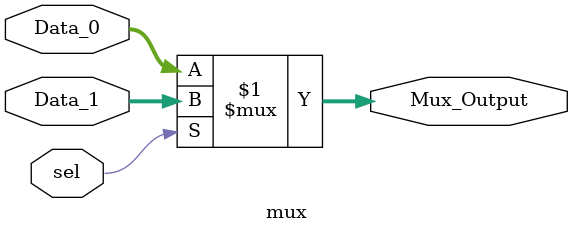
<source format=v>

module mux
#(
	parameter WORD_LENGTH = 32
)
(
	// Input Ports
  input sel,
  input [WORD_LENGTH-1 : 0] Data_0, Data_1,
	
	// Output Ports
  output [WORD_LENGTH-1 : 0] Mux_Output

);

  assign Mux_Output = (sel) ? Data_1: Data_0;

endmodule
</source>
